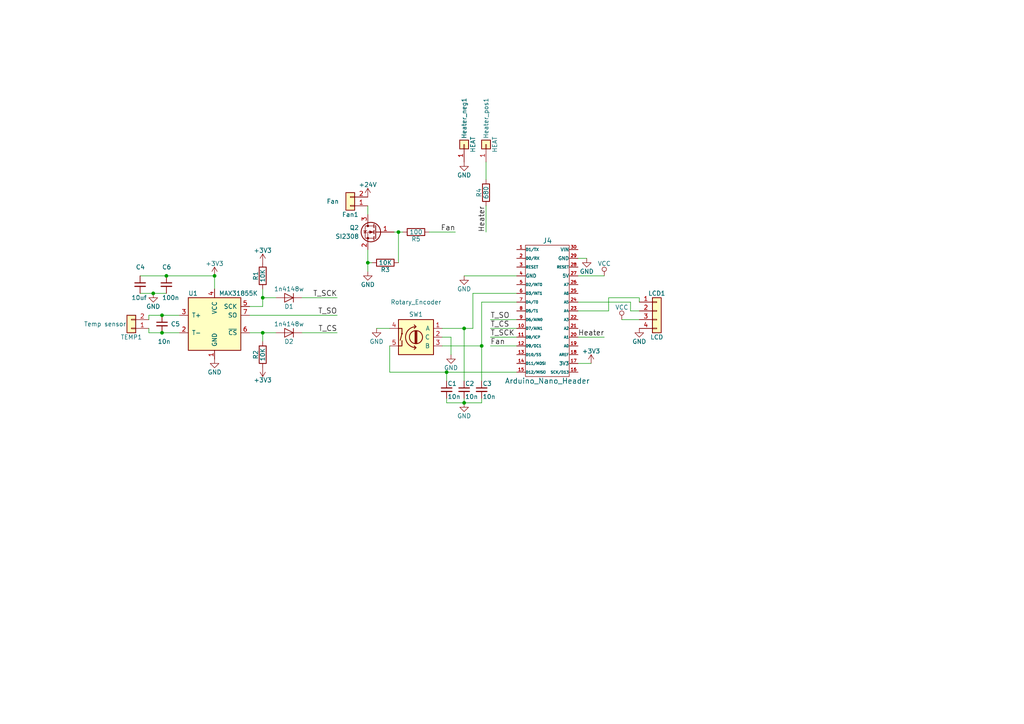
<source format=kicad_sch>
(kicad_sch (version 20230121) (generator eeschema)
  (paper "A4")
  (lib_symbols
    (symbol "HotAirGun-rescue:+24V" (power) (pin_names (offset 0))
      (property "Value" "+24V" (at 0 3.556 0))
      (symbol "+24V_0_1"
        (polyline (pts (xy -0.762 1.27) (xy 0 2.54)))
        (polyline (pts (xy 0 0) (xy 0 2.54)))
        (polyline (pts (xy 0 2.54) (xy 0.762 1.27)))
      )
      (symbol "+24V_1_1"
        (pin power_in line (at 0 0 90) (length 0) hide (name "+24V") (number "1"))
      )
    )
    (symbol "HotAirGun-rescue:+3.3V" (power) (pin_names (offset 0))
      (property "Value" "+3.3V" (at 0 3.556 0))
      (symbol "+3.3V_0_1"
        (polyline (pts (xy -0.762 1.27) (xy 0 2.54)))
        (polyline (pts (xy 0 0) (xy 0 2.54)))
        (polyline (pts (xy 0 2.54) (xy 0.762 1.27)))
      )
      (symbol "+3.3V_1_1"
        (pin power_in line (at 0 0 90) (length 0) hide (name "+3V3") (number "1"))
      )
    )
    (symbol "HotAirGun-rescue:Arduino_Nano_Header" (pin_names (offset 0.0254))
      (property "Reference" "J" (at 0 20.32 0))
      (property "Value" "Arduino_Nano_Header" (at 0 -20.32 0))
      (symbol "Arduino_Nano_Header_0_1"
        (rectangle (start 6.35 -19.05) (end -6.35 19.05))
      )
      (symbol "Arduino_Nano_Header_1_1"
        (pin passive line (at -8.89 17.78 0) (length 2.54) (name "D1/TX") (number "1"))
        (pin passive line (at -8.89 -5.08 0) (length 2.54) (name "D7/AIN1") (number "10"))
        (pin passive line (at -8.89 -7.62 0) (length 2.54) (name "D8/ICP") (number "11"))
        (pin passive line (at -8.89 -10.16 0) (length 2.54) (name "D9/0C1") (number "12"))
        (pin passive line (at -8.89 -12.7 0) (length 2.54) (name "D10/SS") (number "13"))
        (pin passive line (at -8.89 -15.24 0) (length 2.54) (name "D11/MOSI") (number "14"))
        (pin passive line (at -8.89 -17.78 0) (length 2.54) (name "D12/MISO") (number "15"))
        (pin passive line (at 8.89 -17.78 180) (length 2.54) (name "SCK/D13") (number "16"))
        (pin passive line (at 8.89 -15.24 180) (length 2.54) (name "3V3") (number "17"))
        (pin passive line (at 8.89 -12.7 180) (length 2.54) (name "AREF") (number "18"))
        (pin passive line (at 8.89 -10.16 180) (length 2.54) (name "A0") (number "19"))
        (pin passive line (at -8.89 15.24 0) (length 2.54) (name "D0/RX") (number "2"))
        (pin passive line (at 8.89 -7.62 180) (length 2.54) (name "A1") (number "20"))
        (pin passive line (at 8.89 -5.08 180) (length 2.54) (name "A2") (number "21"))
        (pin passive line (at 8.89 -2.54 180) (length 2.54) (name "A3") (number "22"))
        (pin passive line (at 8.89 0 180) (length 2.54) (name "A4") (number "23"))
        (pin passive line (at 8.89 2.54 180) (length 2.54) (name "A5") (number "24"))
        (pin passive line (at 8.89 5.08 180) (length 2.54) (name "A6") (number "25"))
        (pin passive line (at 8.89 7.62 180) (length 2.54) (name "A7") (number "26"))
        (pin passive line (at 8.89 10.16 180) (length 2.54) (name "5V") (number "27"))
        (pin passive line (at 8.89 12.7 180) (length 2.54) (name "RESET") (number "28"))
        (pin passive line (at 8.89 15.24 180) (length 2.54) (name "GND") (number "29"))
        (pin passive line (at -8.89 12.7 0) (length 2.54) (name "RESET") (number "3"))
        (pin passive line (at 8.89 17.78 180) (length 2.54) (name "VIN") (number "30"))
        (pin passive line (at -8.89 10.16 0) (length 2.54) (name "GND") (number "4"))
        (pin passive line (at -8.89 7.62 0) (length 2.54) (name "D2/INT0") (number "5"))
        (pin passive line (at -8.89 5.08 0) (length 2.54) (name "D3/INT1") (number "6"))
        (pin passive line (at -8.89 2.54 0) (length 2.54) (name "D4/T0") (number "7"))
        (pin passive line (at -8.89 0 0) (length 2.54) (name "D5/T1") (number "8"))
        (pin passive line (at -8.89 -2.54 0) (length 2.54) (name "D6/AIN0") (number "9"))
      )
    )
    (symbol "HotAirGun-rescue:C_Small" (pin_numbers hide) (pin_names (offset 0.254) hide)
      (property "Reference" "C" (at 0.254 1.778 0))
      (property "Value" "C_Small" (at 0.254 -2.032 0))
      (symbol "C_Small_0_1"
        (polyline (pts (xy -1.524 -0.508) (xy 1.524 -0.508)) (stroke (width 0.3302)))
        (polyline (pts (xy -1.524 0.508) (xy 1.524 0.508)) (stroke (width 0.3048)))
      )
      (symbol "C_Small_1_1"
        (pin passive line (at 0 2.54 270) (length 2.032) (name "~") (number "1"))
        (pin passive line (at 0 -2.54 90) (length 2.032) (name "~") (number "2"))
      )
    )
    (symbol "HotAirGun-rescue:Conn_01x01" (pin_names (offset 1.016) hide)
      (property "Reference" "J" (at 0 2.54 0))
      (property "Value" "Conn_01x01" (at 0 -2.54 0))
      (symbol "Conn_01x01_1_1"
        (rectangle (start -1.27 0.127) (end 0 -0.127) (stroke (width 0.1524)))
        (rectangle (start -1.27 1.27) (end 1.27 -1.27) (stroke (width 0.254)) (fill (type background)))
        (pin passive line (at -5.08 0 0) (length 3.81) (name "Pin_1") (number "1"))
      )
    )
    (symbol "HotAirGun-rescue:Conn_01x02" (pin_names (offset 1.016) hide)
      (property "Reference" "J" (at 0 2.54 0))
      (property "Value" "Conn_01x02" (at 0 -5.08 0))
      (symbol "Conn_01x02_1_1"
        (rectangle (start -1.27 -2.413) (end 0 -2.667) (stroke (width 0.1524)))
        (rectangle (start -1.27 0.127) (end 0 -0.127) (stroke (width 0.1524)))
        (rectangle (start -1.27 1.27) (end 1.27 -3.81) (stroke (width 0.254)) (fill (type background)))
        (pin passive line (at -5.08 0 0) (length 3.81) (name "Pin_1") (number "1"))
        (pin passive line (at -5.08 -2.54 0) (length 3.81) (name "Pin_2") (number "2"))
      )
    )
    (symbol "HotAirGun-rescue:Conn_01x04" (pin_names (offset 1.016) hide)
      (property "Reference" "J" (at 0 5.08 0))
      (property "Value" "Conn_01x04" (at 0 -7.62 0))
      (symbol "Conn_01x04_1_1"
        (rectangle (start -1.27 -4.953) (end 0 -5.207) (stroke (width 0.1524)))
        (rectangle (start -1.27 -2.413) (end 0 -2.667) (stroke (width 0.1524)))
        (rectangle (start -1.27 0.127) (end 0 -0.127) (stroke (width 0.1524)))
        (rectangle (start -1.27 2.667) (end 0 2.413) (stroke (width 0.1524)))
        (rectangle (start -1.27 3.81) (end 1.27 -6.35) (stroke (width 0.254)) (fill (type background)))
        (pin passive line (at -5.08 2.54 0) (length 3.81) (name "Pin_1") (number "1"))
        (pin passive line (at -5.08 0 0) (length 3.81) (name "Pin_2") (number "2"))
        (pin passive line (at -5.08 -2.54 0) (length 3.81) (name "Pin_3") (number "3"))
        (pin passive line (at -5.08 -5.08 0) (length 3.81) (name "Pin_4") (number "4"))
      )
    )
    (symbol "HotAirGun-rescue:D" (pin_numbers hide) (pin_names (offset 1.016) hide)
      (property "Reference" "D" (at 0 2.54 0))
      (property "Value" "D" (at 0 -2.54 0))
      (symbol "D_0_1"
        (polyline (pts (xy -1.27 1.27) (xy -1.27 -1.27)) (stroke (width 0.2032)))
        (polyline (pts (xy 1.27 0) (xy -1.27 0)))
        (polyline (pts (xy 1.27 1.27) (xy 1.27 -1.27) (xy -1.27 0) (xy 1.27 1.27)) (stroke (width 0.2032)))
      )
      (symbol "D_1_1"
        (pin passive line (at -3.81 0 0) (length 2.54) (name "K") (number "1"))
        (pin passive line (at 3.81 0 180) (length 2.54) (name "A") (number "2"))
      )
    )
    (symbol "HotAirGun-rescue:GND" (power) (pin_names (offset 0))
      (property "Value" "GND" (at 0 -3.81 0))
      (symbol "GND_0_1"
        (polyline (pts (xy 0 0) (xy 0 -1.27) (xy 1.27 -1.27) (xy 0 -2.54) (xy -1.27 -1.27) (xy 0 -1.27)))
      )
      (symbol "GND_1_1"
        (pin power_in line (at 0 0 270) (length 0) hide (name "GND") (number "1"))
      )
    )
    (symbol "HotAirGun-rescue:MAX31855KASA" (pin_names (offset 1.016))
      (property "Reference" "U" (at -7.62 8.89 0))
      (property "Value" "MAX31855KASA" (at 1.27 8.89 0))
      (symbol "MAX31855KASA_0_1"
        (rectangle (start -7.62 7.62) (end 7.62 -7.62) (stroke (width 0.254)) (fill (type background)))
      )
      (symbol "MAX31855KASA_1_1"
        (pin power_in line (at 0 -10.16 90) (length 2.54) (name "GND") (number "1"))
        (pin passive line (at -10.16 -2.54 0) (length 2.54) (name "T-") (number "2"))
        (pin passive line (at -10.16 2.54 0) (length 2.54) (name "T+") (number "3"))
        (pin power_in line (at 0 10.16 270) (length 2.54) (name "VCC") (number "4"))
        (pin input line (at 10.16 5.08 180) (length 2.54) (name "SCK") (number "5"))
        (pin input line (at 10.16 -2.54 180) (length 2.54) (name "~{CS}") (number "6"))
        (pin output line (at 10.16 2.54 180) (length 2.54) (name "SO") (number "7"))
      )
    )
    (symbol "HotAirGun-rescue:Q_NMOS_GSD" (pin_names (offset 0) hide)
      (property "Reference" "Q" (at 5.08 1.27 0))
      (property "Value" "Q_NMOS_GSD" (at 5.08 -1.27 0))
      (symbol "Q_NMOS_GSD_0_1"
        (polyline (pts (xy 0.0508 0) (xy 0.254 0)))
        (polyline (pts (xy 0.762 -1.778) (xy 2.54 -1.778)))
        (polyline (pts (xy 0.762 -1.27) (xy 0.762 -2.286)) (stroke (width 0.254)))
        (polyline (pts (xy 0.762 0) (xy 2.54 0)))
        (polyline (pts (xy 0.762 0.508) (xy 0.762 -0.508)) (stroke (width 0.254)))
        (polyline (pts (xy 0.762 1.778) (xy 2.54 1.778)))
        (polyline (pts (xy 0.762 2.286) (xy 0.762 1.27)) (stroke (width 0.254)))
        (polyline (pts (xy 2.54 -1.778) (xy 2.54 -2.54)))
        (polyline (pts (xy 2.54 -1.778) (xy 2.54 0)))
        (polyline (pts (xy 2.54 2.54) (xy 2.54 1.778)))
        (polyline (pts (xy 0.254 1.905) (xy 0.254 -1.905) (xy 0.254 -1.905)) (stroke (width 0.254)))
        (polyline (pts (xy 1.016 0) (xy 2.032 0.381) (xy 2.032 -0.381) (xy 1.016 0)) (fill (type outline)))
        (polyline (pts (xy 2.54 -1.778) (xy 3.302 -1.778) (xy 3.302 1.778) (xy 2.54 1.778)))
        (polyline (pts (xy 2.794 0.508) (xy 2.921 0.381) (xy 3.683 0.381) (xy 3.81 0.254)))
        (polyline (pts (xy 3.302 0.381) (xy 2.921 -0.254) (xy 3.683 -0.254) (xy 3.302 0.381)))
        (circle (center 1.651 0) (radius 2.8194) (stroke (width 0.254)))
        (circle (center 2.54 -1.778) (radius 0.2794) (fill (type outline)))
        (circle (center 2.54 1.778) (radius 0.2794) (fill (type outline)))
      )
      (symbol "Q_NMOS_GSD_1_1"
        (pin input line (at -5.08 0 0) (length 5.08) (name "G") (number "1"))
        (pin passive line (at 2.54 -5.08 90) (length 2.54) (name "S") (number "2"))
        (pin passive line (at 2.54 5.08 270) (length 2.54) (name "D") (number "3"))
      )
    )
    (symbol "HotAirGun-rescue:R" (pin_numbers hide) (pin_names (offset 0))
      (property "Reference" "R" (at 2.032 0 90))
      (property "Value" "R" (at 0 0 90))
      (symbol "R_0_1"
        (rectangle (start -1.016 -2.54) (end 1.016 2.54) (stroke (width 0.254)))
      )
      (symbol "R_1_1"
        (pin passive line (at 0 3.81 270) (length 1.27) (name "~") (number "1"))
        (pin passive line (at 0 -3.81 90) (length 1.27) (name "~") (number "2"))
      )
    )
    (symbol "HotAirGun-rescue:Rotary_Encoder_Switch" (pin_names (offset 1.016))
      (property "Reference" "SW" (at 0 6.604 0))
      (property "Value" "Rotary_Encoder_Switch" (at 0 -6.604 0))
      (symbol "Rotary_Encoder_Switch_0_1"
        (rectangle (start -5.08 5.08) (end 5.08 -5.08) (stroke (width 0.254)) (fill (type background)))
        (arc (start 0 -3.048) (mid 3.0227 0) (end 0 3.048) (stroke (width 0.254)))
        (polyline (pts (xy -0.254 -1.778) (xy -0.254 1.778)) (stroke (width 0.254)))
        (polyline (pts (xy 0 -3.048) (xy 0.508 -3.556)) (stroke (width 0.254)))
        (polyline (pts (xy 0 -3.048) (xy 0.508 -2.54)) (stroke (width 0.254)))
        (polyline (pts (xy 0 -1.778) (xy 0 1.778)) (stroke (width 0.254)))
        (polyline (pts (xy 0 3.048) (xy 0.508 2.54)) (stroke (width 0.254)))
        (polyline (pts (xy 0.254 1.778) (xy 0.254 -1.778)) (stroke (width 0.254)))
        (polyline (pts (xy 0.508 3.556) (xy 0 3.048)) (stroke (width 0.254)))
        (polyline (pts (xy 4.064 1.016) (xy 4.572 -0.889)) (stroke (width 0.254)))
        (polyline (pts (xy 5.08 -2.54) (xy 4.064 -2.54) (xy 4.064 -1.016)) (stroke (width 0.254)))
        (polyline (pts (xy 5.08 2.54) (xy 4.064 2.54) (xy 4.064 1.016)) (stroke (width 0.254)))
        (circle (center 0 0) (radius 1.905) (stroke (width 0.254)))
        (circle (center 4.064 1.016) (radius 0.127) (stroke (width 0.254)))
      )
      (symbol "Rotary_Encoder_Switch_1_1"
        (pin input line (at -7.62 2.54 0) (length 2.54) (name "A") (number "1"))
        (pin input line (at -7.62 0 0) (length 2.54) (name "C") (number "2"))
        (pin input line (at -7.62 -2.54 0) (length 2.54) (name "B") (number "3"))
        (pin input line (at 7.62 2.54 180) (length 2.54) (name "~") (number "4"))
        (pin input line (at 7.62 -2.54 180) (length 2.54) (name "~") (number "5"))
      )
    )
    (symbol "HotAirGun-rescue:VCC" (power) (pin_names (offset 0))
      (property "Value" "VCC" (at 0 3.81 0))
      (symbol "VCC_0_1"
        (polyline (pts (xy 0 0) (xy 0 1.27)))
        (circle (center 0 1.905) (radius 0.635))
      )
      (symbol "VCC_1_1"
        (pin power_in line (at 0 0 90) (length 0) hide (name "VCC") (number "1"))
      )
    )
  )
  (junction (at 46.99 91.44))
  (junction (at 139.7 100.33))
  (junction (at 76.2 96.52))
  (junction (at 115.57 67.31))
  (junction (at 134.62 116.84))
  (junction (at 48.26 80.01))
  (junction (at 44.45 85.09))
  (junction (at 129.54 107.95))
  (junction (at 76.2 86.36))
  (junction (at 106.68 76.2))
  (junction (at 134.62 95.25))
  (junction (at 46.99 96.52))
  (junction (at 62.23 80.01))
  (wire (pts (xy 76.2 88.9) (xy 72.39 88.9)))
  (wire (pts (xy 72.39 91.44) (xy 97.79 91.44)))
  (wire (pts (xy 129.54 115.57) (xy 129.54 116.84)))
  (wire (pts (xy 87.63 96.52) (xy 97.79 96.52)))
  (wire (pts (xy 134.62 116.84) (xy 134.62 115.57)))
  (wire (pts (xy 182.88 87.63) (xy 182.88 90.17)))
  (wire (pts (xy 167.64 74.93) (xy 170.18 74.93)))
  (wire (pts (xy 106.68 72.39) (xy 106.68 76.2)))
  (wire (pts (xy 128.27 100.33) (xy 139.7 100.33)))
  (wire (pts (xy 87.63 86.36) (xy 97.79 86.36)))
  (wire (pts (xy 114.3 67.31) (xy 115.57 67.31)))
  (wire (pts (xy 149.86 97.79) (xy 142.24 97.79)))
  (wire (pts (xy 140.97 59.69) (xy 140.97 67.31)))
  (wire (pts (xy 128.27 97.79) (xy 130.81 97.79)))
  (wire (pts (xy 185.42 86.36) (xy 185.42 87.63)))
  (wire (pts (xy 129.54 107.95) (xy 149.86 107.95)))
  (wire (pts (xy 76.2 86.36) (xy 80.01 86.36)))
  (wire (pts (xy 129.54 116.84) (xy 134.62 116.84)))
  (wire (pts (xy 62.23 80.01) (xy 62.23 83.82)))
  (wire (pts (xy 106.68 76.2) (xy 106.68 78.74)))
  (wire (pts (xy 167.64 80.01) (xy 175.26 80.01)))
  (wire (pts (xy 113.03 100.33) (xy 113.03 107.95)))
  (wire (pts (xy 43.18 95.25) (xy 43.18 96.52)))
  (wire (pts (xy 149.86 100.33) (xy 142.24 100.33)))
  (wire (pts (xy 167.64 97.79) (xy 175.26 97.79)))
  (wire (pts (xy 43.18 96.52) (xy 46.99 96.52)))
  (wire (pts (xy 76.2 99.06) (xy 76.2 96.52)))
  (wire (pts (xy 182.88 90.17) (xy 185.42 90.17)))
  (wire (pts (xy 76.2 86.36) (xy 76.2 88.9)))
  (wire (pts (xy 43.18 91.44) (xy 46.99 91.44)))
  (wire (pts (xy 46.99 91.44) (xy 52.07 91.44)))
  (wire (pts (xy 134.62 110.49) (xy 134.62 95.25)))
  (wire (pts (xy 106.68 59.69) (xy 106.68 62.23)))
  (wire (pts (xy 134.62 80.01) (xy 149.86 80.01)))
  (wire (pts (xy 44.45 85.09) (xy 48.26 85.09)))
  (wire (pts (xy 149.86 95.25) (xy 142.24 95.25)))
  (wire (pts (xy 137.16 95.25) (xy 137.16 85.09)))
  (wire (pts (xy 167.64 87.63) (xy 182.88 87.63)))
  (wire (pts (xy 129.54 110.49) (xy 129.54 107.95)))
  (wire (pts (xy 48.26 80.01) (xy 62.23 80.01)))
  (wire (pts (xy 40.64 85.09) (xy 44.45 85.09)))
  (wire (pts (xy 115.57 67.31) (xy 116.84 67.31)))
  (wire (pts (xy 40.64 80.01) (xy 48.26 80.01)))
  (wire (pts (xy 76.2 83.82) (xy 76.2 86.36)))
  (wire (pts (xy 109.22 95.25) (xy 113.03 95.25)))
  (wire (pts (xy 140.97 46.99) (xy 140.97 52.07)))
  (wire (pts (xy 134.62 116.84) (xy 139.7 116.84)))
  (wire (pts (xy 176.53 90.17) (xy 176.53 86.36)))
  (wire (pts (xy 107.95 76.2) (xy 106.68 76.2)))
  (wire (pts (xy 137.16 85.09) (xy 149.86 85.09)))
  (wire (pts (xy 130.81 97.79) (xy 130.81 102.87)))
  (wire (pts (xy 128.27 95.25) (xy 134.62 95.25)))
  (wire (pts (xy 134.62 95.25) (xy 137.16 95.25)))
  (wire (pts (xy 167.64 90.17) (xy 176.53 90.17)))
  (wire (pts (xy 139.7 100.33) (xy 139.7 110.49)))
  (wire (pts (xy 72.39 96.52) (xy 76.2 96.52)))
  (wire (pts (xy 76.2 96.52) (xy 80.01 96.52)))
  (wire (pts (xy 124.46 67.31) (xy 132.08 67.31)))
  (wire (pts (xy 171.45 105.41) (xy 167.64 105.41)))
  (wire (pts (xy 113.03 107.95) (xy 129.54 107.95)))
  (wire (pts (xy 139.7 87.63) (xy 149.86 87.63)))
  (wire (pts (xy 43.18 92.71) (xy 43.18 91.44)))
  (wire (pts (xy 176.53 86.36) (xy 185.42 86.36)))
  (wire (pts (xy 139.7 87.63) (xy 139.7 100.33)))
  (wire (pts (xy 46.99 96.52) (xy 52.07 96.52)))
  (wire (pts (xy 115.57 67.31) (xy 115.57 76.2)))
  (wire (pts (xy 139.7 116.84) (xy 139.7 115.57)))
  (wire (pts (xy 180.34 92.71) (xy 185.42 92.71)))
  (wire (pts (xy 149.86 92.71) (xy 142.24 92.71)))
  (label "Fan" (at 142.24 100.33 0) (effects (font (size 1.524 1.524))))
  (label "Heater" (at 140.97 67.31 90) (effects (font (size 1.524 1.524))))
  (label "T_SCK" (at 142.24 97.79 0) (effects (font (size 1.524 1.524))))
  (label "T_SO" (at 97.79 91.44 180) (effects (font (size 1.524 1.524))))
  (label "T_CS" (at 97.79 96.52 180) (effects (font (size 1.524 1.524))))
  (label "T_SO" (at 142.24 92.71 0) (effects (font (size 1.524 1.524))))
  (label "Fan" (at 132.08 67.31 180) (effects (font (size 1.524 1.524))))
  (label "T_CS" (at 142.24 95.25 0) (effects (font (size 1.524 1.524))))
  (label "Heater" (at 175.26 97.79 180) (effects (font (size 1.524 1.524))))
  (label "T_SCK" (at 97.79 86.36 180) (effects (font (size 1.524 1.524))))
  (symbol (lib_id "HotAirGun-rescue:Conn_01x02") (at 101.6 59.69 180) (unit 1)
    (property "Reference" "Fan1" (at 101.6 62.23 0))
    (property "Value" "Fan" (at 96.52 58.42 0))
    (property "Footprint" "Pin_Headers:Pin_Header_Straight_1x02_Pitch2.54mm" (effects hide))
  )
  (symbol (lib_id "HotAirGun-rescue:Q_NMOS_GSD") (at 109.22 67.31 0) (mirror y) (unit 1)
    (property "Reference" "Q2" (at 104.14 66.04 0) (effects (justify left)))
    (property "Value" "SI2308" (at 104.14 68.58 0) (effects (justify left)))
    (property "Footprint" "TO_SOT_Packages_SMD:SOT-23" (effects hide))
  )
  (symbol (lib_id "HotAirGun-rescue:Conn_01x02") (at 38.1 95.25 180) (unit 1)
    (property "Reference" "TEMP1" (at 38.1 97.79 0))
    (property "Value" "Temp sensor" (at 30.48 93.98 0))
    (property "Footprint" "Pin_Headers:Pin_Header_Straight_1x02_Pitch2.54mm" (effects hide))
  )
  (symbol (lib_id "HotAirGun-rescue:R") (at 111.76 76.2 270) (unit 1)
    (property "Reference" "R3" (at 111.76 78.232 90))
    (property "Value" "10K" (at 111.76 76.2 90))
    (property "Footprint" "Resistors_SMD:R_0603" (effects hide))
  )
  (symbol (lib_id "HotAirGun-rescue:R") (at 120.65 67.31 270) (unit 1)
    (property "Reference" "R5" (at 120.65 69.342 90))
    (property "Value" "100" (at 120.65 67.31 90))
    (property "Footprint" "Resistors_SMD:R_0603" (effects hide))
  )
  (symbol (lib_id "HotAirGun-rescue:GND") (at 106.68 78.74 0) (unit 1)
    (property "Reference" "#PWR7" (effects hide))
    (property "Value" "GND" (at 106.68 82.55 0))
  )
  (symbol (lib_id "HotAirGun-rescue:Arduino_Nano_Header") (at 158.75 90.17 0) (unit 1)
    (property "Reference" "J4" (at 158.75 69.85 0) (effects (font (size 1.524 1.524))))
    (property "Value" "Arduino_Nano_Header" (at 158.75 110.49 0) (effects (font (size 1.524 1.524))))
    (property "Footprint" "Modules:Arduino_Nano" (effects hide))
  )
  (symbol (lib_id "HotAirGun-rescue:VCC") (at 175.26 80.01 0) (unit 1)
    (property "Reference" "#PWR16" (effects hide))
    (property "Value" "VCC" (at 175.26 76.454 0))
  )
  (symbol (lib_id "HotAirGun-rescue:GND") (at 134.62 80.01 0) (unit 1)
    (property "Reference" "#PWR11" (effects hide))
    (property "Value" "GND" (at 134.62 83.82 0))
  )
  (symbol (lib_id "HotAirGun-rescue:GND") (at 170.18 74.93 0) (unit 1)
    (property "Reference" "#PWR14" (effects hide))
    (property "Value" "GND" (at 170.18 78.74 0))
  )
  (symbol (lib_id "HotAirGun-rescue:Conn_01x04") (at 190.5 90.17 0) (unit 1)
    (property "Reference" "LCD1" (at 190.5 85.09 0))
    (property "Value" "LCD" (at 190.5 97.79 0))
    (property "Footprint" "Pin_Headers:Pin_Header_Straight_1x04_Pitch2.54mm" (effects hide))
  )
  (symbol (lib_id "HotAirGun-rescue:GND") (at 185.42 95.25 0) (unit 1)
    (property "Reference" "#PWR18" (effects hide))
    (property "Value" "GND" (at 185.42 99.06 0))
  )
  (symbol (lib_id "HotAirGun-rescue:VCC") (at 180.34 92.71 0) (unit 1)
    (property "Reference" "#PWR17" (effects hide))
    (property "Value" "VCC" (at 180.34 89.154 0))
  )
  (symbol (lib_id "HotAirGun-rescue:Rotary_Encoder_Switch") (at 120.65 97.79 0) (mirror y) (unit 1)
    (property "Reference" "SW1" (at 120.65 91.186 0))
    (property "Value" "Rotary_Encoder" (at 120.65 87.63 0))
    (property "Footprint" "KiCadCustomLibs:SF-ROTARY-ENCODER" (effects hide))
  )
  (symbol (lib_id "HotAirGun-rescue:GND") (at 109.22 95.25 0) (unit 1)
    (property "Reference" "#PWR8" (effects hide))
    (property "Value" "GND" (at 109.22 99.06 0))
  )
  (symbol (lib_id "HotAirGun-rescue:GND") (at 130.81 102.87 0) (unit 1)
    (property "Reference" "#PWR9" (effects hide))
    (property "Value" "GND" (at 130.81 106.68 0))
  )
  (symbol (lib_id "HotAirGun-rescue:C_Small") (at 129.54 113.03 0) (unit 1)
    (property "Reference" "C1" (at 129.794 111.252 0) (effects (justify left)))
    (property "Value" "10n" (at 129.794 115.062 0) (effects (justify left)))
    (property "Footprint" "Capacitors_SMD:C_0603" (effects hide))
  )
  (symbol (lib_id "HotAirGun-rescue:C_Small") (at 139.7 113.03 0) (unit 1)
    (property "Reference" "C3" (at 139.954 111.252 0) (effects (justify left)))
    (property "Value" "10n" (at 139.954 115.062 0) (effects (justify left)))
    (property "Footprint" "Capacitors_SMD:C_0603" (effects hide))
  )
  (symbol (lib_id "HotAirGun-rescue:C_Small") (at 134.62 113.03 0) (unit 1)
    (property "Reference" "C2" (at 134.874 111.252 0) (effects (justify left)))
    (property "Value" "10n" (at 134.874 115.062 0) (effects (justify left)))
    (property "Footprint" "Capacitors_SMD:C_0603" (effects hide))
  )
  (symbol (lib_id "HotAirGun-rescue:GND") (at 134.62 116.84 0) (unit 1)
    (property "Reference" "#PWR12" (effects hide))
    (property "Value" "GND" (at 134.62 120.65 0))
  )
  (symbol (lib_id "HotAirGun-rescue:Conn_01x01") (at 140.97 41.91 90) (unit 1)
    (property "Reference" "Heater_pos1" (at 140.97 34.29 0))
    (property "Value" "HEAT" (at 143.51 41.91 0))
    (property "Footprint" "Pin_Headers:Pin_Header_Angled_1x01_Pitch2.54mm" (effects hide))
  )
  (symbol (lib_id "HotAirGun-rescue:MAX31855KASA") (at 62.23 93.98 0) (unit 1)
    (property "Reference" "U1" (at 54.61 85.09 0) (effects (justify left)))
    (property "Value" "MAX31855K" (at 63.5 85.09 0) (effects (justify left)))
    (property "Footprint" "Housings_SOIC:SOIC-8_3.9x4.9mm_Pitch1.27mm" (effects hide))
  )
  (symbol (lib_id "HotAirGun-rescue:GND") (at 62.23 104.14 0) (unit 1)
    (property "Reference" "#PWR3" (effects hide))
    (property "Value" "GND" (at 62.23 107.95 0))
  )
  (symbol (lib_id "HotAirGun-rescue:+3.3V") (at 62.23 80.01 0) (unit 1)
    (property "Reference" "#PWR2" (effects hide))
    (property "Value" "+3.3V" (at 62.23 76.454 0))
  )
  (symbol (lib_id "HotAirGun-rescue:+3.3V") (at 171.45 105.41 0) (unit 1)
    (property "Reference" "#PWR15" (effects hide))
    (property "Value" "+3.3V" (at 171.45 101.854 0))
  )
  (symbol (lib_id "HotAirGun-rescue:C_Small") (at 46.99 93.98 0) (unit 1)
    (property "Reference" "C5" (at 49.53 93.98 0) (effects (justify left)))
    (property "Value" "10n" (at 45.72 99.06 0) (effects (justify left)))
    (property "Footprint" "Capacitors_SMD:C_0603" (effects hide))
  )
  (symbol (lib_id "HotAirGun-rescue:C_Small") (at 48.26 82.55 0) (unit 1)
    (property "Reference" "C6" (at 46.99 77.47 0) (effects (justify left)))
    (property "Value" "100n" (at 46.99 86.36 0) (effects (justify left)))
    (property "Footprint" "Capacitors_SMD:C_0603" (effects hide))
  )
  (symbol (lib_id "HotAirGun-rescue:C_Small") (at 40.64 82.55 0) (unit 1)
    (property "Reference" "C4" (at 39.37 77.47 0) (effects (justify left)))
    (property "Value" "10uf" (at 38.1 86.36 0) (effects (justify left)))
    (property "Footprint" "Capacitors_SMD:C_0603" (effects hide))
  )
  (symbol (lib_id "HotAirGun-rescue:GND") (at 44.45 85.09 0) (unit 1)
    (property "Reference" "#PWR1" (effects hide))
    (property "Value" "GND" (at 44.45 88.9 0))
  )
  (symbol (lib_id "HotAirGun-rescue:D") (at 83.82 86.36 180) (unit 1)
    (property "Reference" "D1" (at 83.82 88.9 0))
    (property "Value" "1n4148w" (at 83.82 83.82 0))
    (property "Footprint" "Diodes_SMD:D_SOD-523" (effects hide))
  )
  (symbol (lib_id "HotAirGun-rescue:D") (at 83.82 96.52 180) (unit 1)
    (property "Reference" "D2" (at 83.82 99.06 0))
    (property "Value" "1n4148w" (at 83.82 93.98 0))
    (property "Footprint" "Diodes_SMD:D_SOD-523" (effects hide))
  )
  (symbol (lib_id "HotAirGun-rescue:R") (at 76.2 80.01 180) (unit 1)
    (property "Reference" "R1" (at 74.168 80.01 90))
    (property "Value" "10K" (at 76.2 80.01 90))
    (property "Footprint" "Resistors_SMD:R_0603" (effects hide))
  )
  (symbol (lib_id "HotAirGun-rescue:+3.3V") (at 76.2 76.2 0) (unit 1)
    (property "Reference" "#PWR4" (effects hide))
    (property "Value" "+3.3V" (at 76.2 72.644 0))
  )
  (symbol (lib_id "HotAirGun-rescue:R") (at 76.2 102.87 180) (unit 1)
    (property "Reference" "R2" (at 74.168 102.87 90))
    (property "Value" "10K" (at 76.2 102.87 90))
    (property "Footprint" "Resistors_SMD:R_0603" (effects hide))
  )
  (symbol (lib_id "HotAirGun-rescue:+3.3V") (at 76.2 106.68 180) (unit 1)
    (property "Reference" "#PWR5" (effects hide))
    (property "Value" "+3.3V" (at 76.2 110.236 0))
  )
  (symbol (lib_id "HotAirGun-rescue:GND") (at 134.62 46.99 0) (unit 1)
    (property "Reference" "#PWR10" (effects hide))
    (property "Value" "GND" (at 134.62 50.8 0))
  )
  (symbol (lib_id "HotAirGun-rescue:R") (at 140.97 55.88 180) (unit 1)
    (property "Reference" "R4" (at 138.938 55.88 90))
    (property "Value" "680" (at 140.97 55.88 90))
    (property "Footprint" "Resistors_SMD:R_0603" (effects hide))
  )
  (symbol (lib_id "HotAirGun-rescue:+24V") (at 106.68 57.15 0) (unit 1)
    (property "Reference" "#PWR6" (effects hide))
    (property "Value" "+24V" (at 106.68 53.594 0))
  )
  (symbol (lib_id "HotAirGun-rescue:Conn_01x01") (at 134.62 41.91 90) (unit 1)
    (property "Reference" "Heater_neg1" (at 134.62 34.29 0))
    (property "Value" "HEAT" (at 137.16 41.91 0))
    (property "Footprint" "Pin_Headers:Pin_Header_Angled_1x01_Pitch2.54mm" (effects hide))
  )
)
</source>
